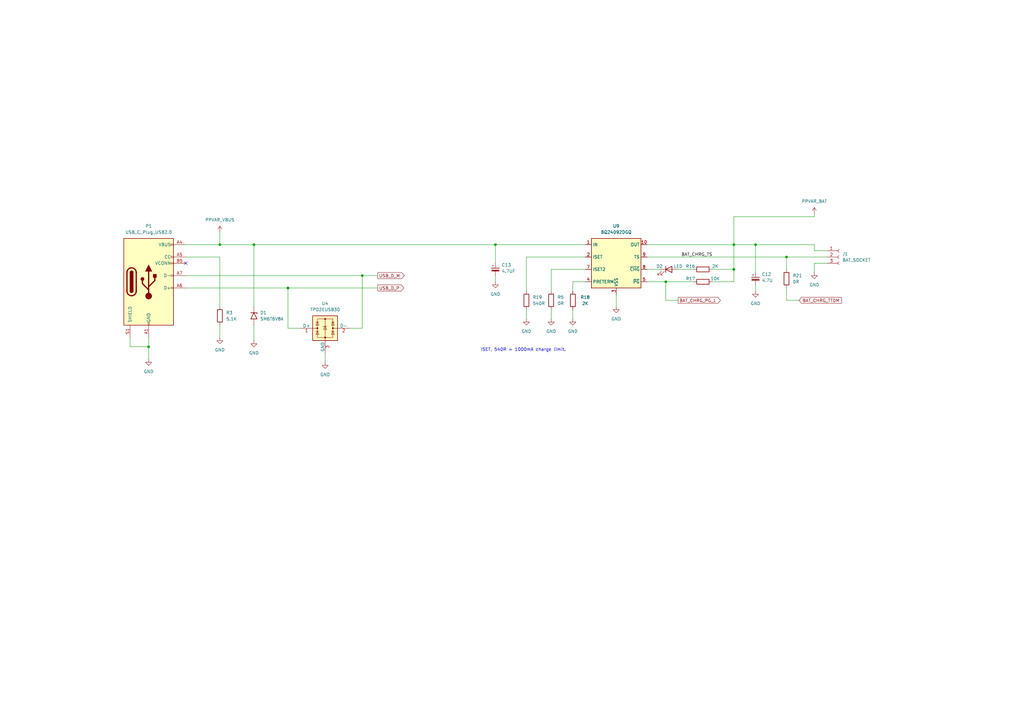
<source format=kicad_sch>
(kicad_sch (version 20231120) (generator "eeschema") (generator_version "8.0")
  (paper "A3")
  (title_block (title "LoRa Meshtastic Radio") (rev "Proto") (comment 1 "Brendan Bleker"))
  (lib_symbols
    (symbol "Battery_Management:BQ24090DGQ"
      (property "Reference" "U" (at -9.398 13.462 0))
      (property "Value" "BQ24090DGQ" (at -3.81 11.43 0))
      (symbol "BQ24090DGQ_0_1"
        (rectangle (start -10.16 10.16) (end 10.16 -10.16) (stroke (width 0.254)) (fill (type background)))
      )
      (symbol "BQ24090DGQ_1_1"
        (pin power_in line (at -12.7 7.62 0) (length 2.54) (name "IN") (number "1"))
        (pin power_out line (at 12.7 7.62 180) (length 2.54) (name "OUT") (number "10"))
        (pin passive line (at 0 -12.7 90) (length 2.54) hide (name "VSS") (number "11"))
        (pin passive line (at -12.7 2.54 0) (length 2.54) (name "ISET") (number "2"))
        (pin power_in line (at 0 -12.7 90) (length 2.54) (name "VSS") (number "3"))
        (pin passive line (at -12.7 -7.62 0) (length 2.54) (name "PRETERM") (number "4"))
        (pin open_collector line (at 12.7 -7.62 180) (length 2.54) (name "~{PG}") (number "5"))
        (pin no_connect line (at 5.08 -10.16 90) (length 2.54) hide (name "NC") (number "6"))
        (pin passive line (at -12.7 -2.54 0) (length 2.54) (name "ISET2") (number "7"))
        (pin open_collector line (at 12.7 -2.54 180) (length 2.54) (name "~{CHG}") (number "8"))
        (pin passive line (at 12.7 2.54 180) (length 2.54) (name "TS") (number "9"))
      )
    )
    (symbol "Connector:Conn_01x03_Socket" (pin_names (offset 1.016) hide)
      (property "Reference" "J" (at 0 5.08 0))
      (property "Value" "Conn_01x03_Socket" (at 0 -5.08 0))
      (symbol "Conn_01x03_Socket_1_1"
        (arc (start 0 -2.032) (mid -0.5058 -2.54) (end 0 -3.048) (stroke (width 0.1524)))
        (polyline (pts (xy -1.27 -2.54) (xy -0.508 -2.54)) (stroke (width 0.1524)))
        (polyline (pts (xy -1.27 0) (xy -0.508 0)) (stroke (width 0.1524)))
        (polyline (pts (xy -1.27 2.54) (xy -0.508 2.54)) (stroke (width 0.1524)))
        (arc (start 0 0.508) (mid -0.5058 0) (end 0 -0.508) (stroke (width 0.1524)))
        (arc (start 0 3.048) (mid -0.5058 2.54) (end 0 2.032) (stroke (width 0.1524)))
        (pin passive line (at -5.08 2.54 0) (length 3.81) (name "Pin_1") (number "1"))
        (pin passive line (at -5.08 0 0) (length 3.81) (name "Pin_2") (number "2"))
        (pin passive line (at -5.08 -2.54 0) (length 3.81) (name "Pin_3") (number "3"))
      )
    )
    (symbol "Connector:USB_C_Plug_USB2.0" (pin_names (offset 1.016))
      (property "Reference" "P" (at -10.16 19.05 0))
      (property "Value" "USB_C_Plug_USB2.0" (at 12.7 19.05 0))
      (symbol "USB_C_Plug_USB2.0_0_0"
        (rectangle (start -0.254 -17.78) (end 0.254 -16.764))
        (rectangle (start 10.16 -2.286) (end 9.144 -2.794))
        (rectangle (start 10.16 2.794) (end 9.144 2.286))
        (rectangle (start 10.16 7.874) (end 9.144 7.366))
        (rectangle (start 10.16 10.414) (end 9.144 9.906))
        (rectangle (start 10.16 15.494) (end 9.144 14.986))
      )
      (symbol "USB_C_Plug_USB2.0_0_1"
        (rectangle (start -10.16 17.78) (end 10.16 -17.78) (stroke (width 0.254)) (fill (type background)))
        (arc (start -8.89 -3.81) (mid -6.985 -5.7067) (end -5.08 -3.81) (stroke (width 0.508)))
        (arc (start -7.62 -3.81) (mid -6.985 -4.4423) (end -6.35 -3.81) (stroke (width 0.254)))
        (arc (start -7.62 -3.81) (mid -6.985 -4.4423) (end -6.35 -3.81) (stroke (width 0.254)) (fill (type outline)))
        (rectangle (start -7.62 -3.81) (end -6.35 3.81) (stroke (width 0.254)) (fill (type outline)))
        (arc (start -6.35 3.81) (mid -6.985 4.4423) (end -7.62 3.81) (stroke (width 0.254)))
        (arc (start -6.35 3.81) (mid -6.985 4.4423) (end -7.62 3.81) (stroke (width 0.254)) (fill (type outline)))
        (arc (start -5.08 3.81) (mid -6.985 5.7067) (end -8.89 3.81) (stroke (width 0.508)))
        (circle (center -2.54 1.143) (radius 0.635) (stroke (width 0.254)) (fill (type outline)))
        (circle (center 0 -5.842) (radius 1.27) (fill (type outline)))
        (polyline (pts (xy -8.89 -3.81) (xy -8.89 3.81)) (stroke (width 0.508)))
        (polyline (pts (xy -5.08 3.81) (xy -5.08 -3.81)) (stroke (width 0.508)))
        (polyline (pts (xy 0 -5.842) (xy 0 4.318)) (stroke (width 0.508)))
        (polyline (pts (xy 0 -3.302) (xy -2.54 -0.762) (xy -2.54 0.508)) (stroke (width 0.508)))
        (polyline (pts (xy 0 -2.032) (xy 2.54 0.508) (xy 2.54 1.778)) (stroke (width 0.508)))
        (polyline (pts (xy -1.27 4.318) (xy 0 6.858) (xy 1.27 4.318) (xy -1.27 4.318)) (stroke (width 0.254)) (fill (type outline)))
        (rectangle (start 1.905 1.778) (end 3.175 3.048) (stroke (width 0.254)) (fill (type outline)))
      )
      (symbol "USB_C_Plug_USB2.0_1_1"
        (pin passive line (at 0 -22.86 90) (length 5.08) (name "GND") (number "A1"))
        (pin passive line (at 0 -22.86 90) (length 5.08) hide (name "GND") (number "A12"))
        (pin passive line (at 15.24 15.24 180) (length 5.08) (name "VBUS") (number "A4"))
        (pin bidirectional line (at 15.24 10.16 180) (length 5.08) (name "CC") (number "A5"))
        (pin bidirectional line (at 15.24 -2.54 180) (length 5.08) (name "D+") (number "A6"))
        (pin bidirectional line (at 15.24 2.54 180) (length 5.08) (name "D-") (number "A7"))
        (pin passive line (at 15.24 15.24 180) (length 5.08) hide (name "VBUS") (number "A9"))
        (pin passive line (at 0 -22.86 90) (length 5.08) hide (name "GND") (number "B1"))
        (pin passive line (at 0 -22.86 90) (length 5.08) hide (name "GND") (number "B12"))
        (pin passive line (at 15.24 15.24 180) (length 5.08) hide (name "VBUS") (number "B4"))
        (pin bidirectional line (at 15.24 7.62 180) (length 5.08) (name "VCONN") (number "B5"))
        (pin passive line (at 15.24 15.24 180) (length 5.08) hide (name "VBUS") (number "B9"))
        (pin passive line (at -7.62 -22.86 90) (length 5.08) (name "SHIELD") (number "S1"))
      )
    )
    (symbol "Device:C_Polarized_Small" (pin_numbers hide) (pin_names (offset 0.254) hide)
      (property "Reference" "C" (at 0.254 1.778 0))
      (property "Value" "C_Polarized_Small" (at 0.254 -2.032 0))
      (symbol "C_Polarized_Small_0_1"
        (rectangle (start -1.524 -0.3048) (end 1.524 -0.6858) (fill (type outline)))
        (rectangle (start -1.524 0.6858) (end 1.524 0.3048))
        (polyline (pts (xy -1.27 1.524) (xy -0.762 1.524)))
        (polyline (pts (xy -1.016 1.27) (xy -1.016 1.778)))
      )
      (symbol "C_Polarized_Small_1_1"
        (pin passive line (at 0 2.54 270) (length 1.8542) (name "~") (number "1"))
        (pin passive line (at 0 -2.54 90) (length 1.8542) (name "~") (number "2"))
      )
    )
    (symbol "Device:LED" (pin_numbers hide) (pin_names (offset 1.016) hide)
      (property "Reference" "D" (at 0 2.54 0))
      (property "Value" "LED" (at 0 -2.54 0))
      (symbol "LED_0_1"
        (polyline (pts (xy -1.27 -1.27) (xy -1.27 1.27)) (stroke (width 0.254)))
        (polyline (pts (xy -1.27 0) (xy 1.27 0)))
        (polyline (pts (xy 1.27 -1.27) (xy 1.27 1.27) (xy -1.27 0) (xy 1.27 -1.27)) (stroke (width 0.254)))
        (polyline (pts (xy -3.048 -0.762) (xy -4.572 -2.286) (xy -3.81 -2.286) (xy -4.572 -2.286) (xy -4.572 -1.524)))
        (polyline (pts (xy -1.778 -0.762) (xy -3.302 -2.286) (xy -2.54 -2.286) (xy -3.302 -2.286) (xy -3.302 -1.524)))
      )
      (symbol "LED_1_1"
        (pin passive line (at -3.81 0 0) (length 2.54) (name "K") (number "1"))
        (pin passive line (at 3.81 0 180) (length 2.54) (name "A") (number "2"))
      )
    )
    (symbol "Device:R" (pin_numbers hide) (pin_names (offset 0))
      (property "Reference" "R" (at 2.032 0 90))
      (property "Value" "R" (at 0 0 90))
      (symbol "R_0_1"
        (rectangle (start -1.016 -2.54) (end 1.016 2.54) (stroke (width 0.254)))
      )
      (symbol "R_1_1"
        (pin passive line (at 0 3.81 270) (length 1.27) (name "~") (number "1"))
        (pin passive line (at 0 -3.81 90) (length 1.27) (name "~") (number "2"))
      )
    )
    (symbol "Diode:SM6T6V8A" (pin_numbers hide) (pin_names (offset 1.016) hide)
      (property "Reference" "D" (at 0 2.54 0))
      (property "Value" "SM6T6V8A" (at 0 -2.54 0))
      (symbol "SM6T6V8A_0_1"
        (polyline (pts (xy -0.762 1.27) (xy -1.27 1.27) (xy -1.27 -1.27)) (stroke (width 0.254)))
        (polyline (pts (xy 1.27 1.27) (xy 1.27 -1.27) (xy -1.27 0) (xy 1.27 1.27)) (stroke (width 0.254)))
      )
      (symbol "SM6T6V8A_1_1"
        (pin passive line (at -3.81 0 0) (length 2.54) (name "A1") (number "1"))
        (pin passive line (at 3.81 0 180) (length 2.54) (name "A2") (number "2"))
      )
    )
    (symbol "Power_Protection:TPD2EUSB30" (pin_names (offset 0))
      (property "Reference" "U" (at 0 6.35 0))
      (property "Value" "TPD2EUSB30" (at 7.62 -7.62 0))
      (symbol "TPD2EUSB30_0_1"
        (rectangle (start -5.08 5.08) (end 5.08 -5.08) (stroke (width 0.254)) (fill (type background)))
        (circle (center -3.175 0) (radius 0.2794) (fill (type outline)))
        (rectangle (start -3.175 3.81) (end 3.175 -3.81))
        (circle (center 0 -3.81) (radius 0.2794) (fill (type outline)))
        (polyline (pts (xy -5.08 0) (xy -3.175 0)))
        (polyline (pts (xy -3.81 -1.27) (xy -2.54 -1.27)))
        (polyline (pts (xy -3.81 2.54) (xy -2.54 2.54)))
        (polyline (pts (xy 0 3.81) (xy 0 -5.08)))
        (polyline (pts (xy 2.54 -1.27) (xy 3.81 -1.27)))
        (polyline (pts (xy 2.54 2.54) (xy 3.81 2.54)))
        (polyline (pts (xy 5.08 0) (xy 3.175 0)))
        (polyline (pts (xy 0.762 0.762) (xy -0.762 0.762) (xy -0.762 0.508)))
        (polyline (pts (xy -2.54 -2.54) (xy -3.81 -2.54) (xy -3.175 -1.27) (xy -2.54 -2.54)))
        (polyline (pts (xy -2.54 1.27) (xy -3.81 1.27) (xy -3.175 2.54) (xy -2.54 1.27)))
        (polyline (pts (xy 0.635 -0.508) (xy -0.635 -0.508) (xy 0 0.762) (xy 0.635 -0.508)))
        (polyline (pts (xy 3.81 -2.54) (xy 2.54 -2.54) (xy 3.175 -1.27) (xy 3.81 -2.54)))
        (polyline (pts (xy 3.81 1.27) (xy 2.54 1.27) (xy 3.175 2.54) (xy 3.81 1.27)))
        (circle (center 0 3.81) (radius 0.2794) (fill (type outline)))
        (circle (center 3.175 0) (radius 0.2794) (fill (type outline)))
      )
      (symbol "TPD2EUSB30_1_1"
        (pin passive line (at -10.16 0 0) (length 5.08) (name "D+") (number "1"))
        (pin passive line (at 10.16 0 180) (length 5.08) (name "D-") (number "2"))
        (pin passive line (at 0 -10.16 90) (length 5.08) (name "GND") (number "3"))
      )
    )
    (symbol "power:GND" (power) (pin_numbers hide) (pin_names (offset 0) hide)
      (property "Value" "GND" (at 0 -3.81 0))
      (symbol "GND_0_1"
        (polyline (pts (xy 0 0) (xy 0 -1.27) (xy 1.27 -1.27) (xy 0 -2.54) (xy -1.27 -1.27) (xy 0 -1.27)))
      )
      (symbol "GND_1_1"
        (pin power_in line (at 0 0 270) (length 0) (name "~") (number "1"))
      )
    )
    (symbol "power:VBUS" (power) (pin_numbers hide) (pin_names (offset 0) hide)
      (property "Value" "VBUS" (at 0 3.556 0))
      (symbol "VBUS_0_1"
        (polyline (pts (xy -0.762 1.27) (xy 0 2.54)))
        (polyline (pts (xy 0 0) (xy 0 2.54)))
        (polyline (pts (xy 0 2.54) (xy 0.762 1.27)))
      )
      (symbol "VBUS_1_1"
        (pin power_in line (at 0 0 90) (length 0) (name "~") (number "1"))
      )
    )
    (symbol "power:VCC" (power) (pin_numbers hide) (pin_names (offset 0) hide)
      (property "Value" "VCC" (at 0 3.556 0))
      (symbol "VCC_0_1"
        (polyline (pts (xy -0.762 1.27) (xy 0 2.54)))
        (polyline (pts (xy 0 0) (xy 0 2.54)))
        (polyline (pts (xy 0 2.54) (xy 0.762 1.27)))
      )
      (symbol "VCC_1_1"
        (pin power_in line (at 0 0 90) (length 0) (name "~") (number "1"))
      )
    )
  )
  (junction (at 104.14 100.33))
  (junction (at 118.11 118.11))
  (junction (at 300.99 100.33))
  (junction (at 273.05 115.57))
  (junction (at 60.96 142.24))
  (junction (at 203.2 100.33))
  (junction (at 322.58 105.41))
  (junction (at 90.17 100.33))
  (junction (at 148.59 113.03))
  (junction (at 309.88 100.33))
  (junction (at 300.99 110.49))
  (no_connect (at 76.2 107.95))
  (wire (pts (xy 309.88 100.33) (xy 309.88 111.76)))
  (wire (pts (xy 60.96 142.24) (xy 60.96 147.32)))
  (wire (pts (xy 234.95 127) (xy 234.95 130.81)))
  (wire (pts (xy 265.43 115.57) (xy 273.05 115.57)))
  (wire (pts (xy 203.2 100.33) (xy 203.2 107.95)))
  (wire (pts (xy 104.14 125.73) (xy 104.14 100.33)))
  (wire (pts (xy 143.51 134.62) (xy 148.59 134.62)))
  (wire (pts (xy 76.2 113.03) (xy 148.59 113.03)))
  (wire (pts (xy 300.99 100.33) (xy 300.99 110.49)))
  (wire (pts (xy 309.88 100.33) (xy 334.01 100.33)))
  (wire (pts (xy 334.01 102.87) (xy 334.01 100.33)))
  (wire (pts (xy 292.1 115.57) (xy 300.99 115.57)))
  (wire (pts (xy 322.58 118.11) (xy 322.58 123.19)))
  (wire (pts (xy 265.43 110.49) (xy 270.51 110.49)))
  (wire (pts (xy 309.88 116.84) (xy 309.88 119.38)))
  (wire (pts (xy 90.17 95.25) (xy 90.17 100.33)))
  (wire (pts (xy 215.9 127) (xy 215.9 130.81)))
  (wire (pts (xy 334.01 107.95) (xy 334.01 111.76)))
  (wire (pts (xy 300.99 88.9) (xy 300.99 100.33)))
  (wire (pts (xy 104.14 100.33) (xy 203.2 100.33)))
  (wire (pts (xy 334.01 102.87) (xy 339.09 102.87)))
  (wire (pts (xy 53.34 138.43) (xy 53.34 142.24)))
  (wire (pts (xy 215.9 105.41) (xy 215.9 119.38)))
  (wire (pts (xy 226.06 110.49) (xy 240.03 110.49)))
  (wire (pts (xy 300.99 88.9) (xy 334.01 88.9)))
  (wire (pts (xy 104.14 133.35) (xy 104.14 139.7)))
  (wire (pts (xy 265.43 105.41) (xy 322.58 105.41)))
  (wire (pts (xy 133.35 144.78) (xy 133.35 148.59)))
  (wire (pts (xy 273.05 123.19) (xy 278.13 123.19)))
  (wire (pts (xy 148.59 134.62) (xy 148.59 113.03)))
  (wire (pts (xy 123.19 134.62) (xy 118.11 134.62)))
  (wire (pts (xy 265.43 100.33) (xy 300.99 100.33)))
  (wire (pts (xy 203.2 100.33) (xy 240.03 100.33)))
  (wire (pts (xy 273.05 115.57) (xy 284.48 115.57)))
  (wire (pts (xy 278.13 110.49) (xy 284.48 110.49)))
  (wire (pts (xy 53.34 142.24) (xy 60.96 142.24)))
  (wire (pts (xy 76.2 105.41) (xy 90.17 105.41)))
  (wire (pts (xy 148.59 113.03) (xy 154.94 113.03)))
  (wire (pts (xy 203.2 113.03) (xy 203.2 115.57)))
  (wire (pts (xy 300.99 115.57) (xy 300.99 110.49)))
  (wire (pts (xy 118.11 134.62) (xy 118.11 118.11)))
  (wire (pts (xy 60.96 142.24) (xy 60.96 138.43)))
  (wire (pts (xy 334.01 87.63) (xy 334.01 88.9)))
  (wire (pts (xy 226.06 127) (xy 226.06 130.81)))
  (wire (pts (xy 234.95 115.57) (xy 234.95 119.38)))
  (wire (pts (xy 339.09 107.95) (xy 334.01 107.95)))
  (wire (pts (xy 273.05 115.57) (xy 273.05 123.19)))
  (wire (pts (xy 322.58 105.41) (xy 322.58 110.49)))
  (wire (pts (xy 292.1 110.49) (xy 300.99 110.49)))
  (wire (pts (xy 76.2 100.33) (xy 90.17 100.33)))
  (wire (pts (xy 240.03 105.41) (xy 215.9 105.41)))
  (wire (pts (xy 90.17 105.41) (xy 90.17 125.73)))
  (wire (pts (xy 226.06 110.49) (xy 226.06 119.38)))
  (wire (pts (xy 322.58 105.41) (xy 339.09 105.41)))
  (wire (pts (xy 300.99 100.33) (xy 309.88 100.33)))
  (wire (pts (xy 322.58 123.19) (xy 327.66 123.19)))
  (wire (pts (xy 90.17 100.33) (xy 104.14 100.33)))
  (wire (pts (xy 76.2 118.11) (xy 118.11 118.11)))
  (wire (pts (xy 90.17 133.35) (xy 90.17 138.43)))
  (wire (pts (xy 240.03 115.57) (xy 234.95 115.57)))
  (wire (pts (xy 252.73 120.65) (xy 252.73 125.73)))
  (wire (pts (xy 118.11 118.11) (xy 154.94 118.11)))
  (text "ISET, 540R = 1000mA charge limit." (at 214.63 143.51 0) (effects (font (size 1.27 1.27))))
  (label "BAT_CHRG_TS" (at 279.4 105.41 0))
  (global_label "USB_D_M" (shape output) (at 154.94 113.03 0) (property "Intersheetrefs" "${INTERSHEET_REFS}" (effects (hide yes))))
  (global_label "USB_D_P" (shape output) (at 154.94 118.11 0) (property "Intersheetrefs" "${INTERSHEET_REFS}" (effects (hide yes))))
  (global_label "BAT_CHRG_TTDM" (shape input) (at 327.66 123.19 0) (property "Intersheetrefs" "${INTERSHEET_REFS}" (effects (hide yes))))
  (global_label "BAT_CHRG_PG_L" (shape output) (at 278.13 123.19 0) (property "Intersheetrefs" "${INTERSHEET_REFS}" (effects (hide yes))))
  (symbol (lib_id "power:GND") (at 234.95 130.81 0) (unit 1)
    (property "Reference" "#PWR032" (effects (hide yes)))
    (property "Value" "GND" (at 234.95 135.89 0))
    (property "Description" "Power symbol creates a global label with name \"GND\" , ground" (effects (hide yes)))
  )
  (symbol (lib_id "Diode:SM6T6V8A") (at 104.14 129.54 270) (unit 1)
    (property "Reference" "D1" (at 106.68 128.2699 90) (effects (justify left)))
    (property "Value" "SM6T6V8A" (at 106.68 130.8099 90) (effects (justify left)))
    (property "Footprint" "Diode_SMD:D_SMB" (effects (hide yes)))
    (property "Datasheet" "https://www.st.com/resource/en/datasheet/sm6t.pdf" (effects (hide yes)))
    (property "Description" "600W unidirectional Transil Transient Voltage Suppressor, 6.8Vrwm, DO-214AA" (effects (hide yes)))
  )
  (symbol (lib_id "power:GND") (at 334.01 111.76 0) (unit 1)
    (property "Reference" "#PWR028" (effects (hide yes)))
    (property "Value" "GND" (at 334.01 116.84 0))
    (property "Description" "Power symbol creates a global label with name \"GND\" , ground" (effects (hide yes)))
  )
  (symbol (lib_id "Device:C_Polarized_Small") (at 203.2 110.49 0) (unit 1)
    (property "Reference" "C13" (at 205.74 108.6738 0) (effects (justify left)))
    (property "Value" "4.7UF" (at 205.74 111.2138 0) (effects (justify left)))
    (property "Description" "Polarized capacitor, small symbol" (effects (hide yes)))
  )
  (symbol (lib_id "Connector:Conn_01x03_Socket") (at 344.17 105.41 0) (unit 1)
    (property "Reference" "J1" (at 345.44 104.1399 0) (effects (justify left)))
    (property "Value" "BAT_SOCKET" (at 345.44 106.6799 0) (effects (justify left)))
    (property "Description" "Generic connector, single row, 01x03, script generated" (effects (hide yes)))
  )
  (symbol (lib_id "Device:R") (at 234.95 123.19 0) (unit 1)
    (property "Reference" "R18" (at 240.03 121.92 0))
    (property "Value" "2K" (at 240.03 124.46 0))
    (property "Description" "Resistor" (effects (hide yes)))
  )
  (symbol (lib_id "Device:LED") (at 274.32 110.49 0) (unit 1)
    (property "Reference" "D2" (at 270.51 109.22 0))
    (property "Value" "LED" (at 278.13 109.22 0))
    (property "Description" "Light emitting diode" (effects (hide yes)))
  )
  (symbol (lib_id "power:GND") (at 133.35 148.59 0) (unit 1)
    (property "Reference" "#PWR054" (effects (hide yes)))
    (property "Value" "GND" (at 133.35 153.67 0))
    (property "Description" "Power symbol creates a global label with name \"GND\" , ground" (effects (hide yes)))
  )
  (symbol (lib_id "power:GND") (at 215.9 130.81 0) (unit 1)
    (property "Reference" "#PWR034" (effects (hide yes)))
    (property "Value" "GND" (at 215.9 135.89 0))
    (property "Description" "Power symbol creates a global label with name \"GND\" , ground" (effects (hide yes)))
  )
  (symbol (lib_id "Device:R") (at 226.06 123.19 180) (unit 1)
    (property "Reference" "R5" (at 228.6 121.9199 0) (effects (justify right)))
    (property "Value" "0R" (at 228.6 124.4599 0) (effects (justify right)))
    (property "Description" "Resistor" (effects (hide yes)))
  )
  (symbol (lib_id "power:GND") (at 226.06 130.81 0) (unit 1)
    (property "Reference" "#PWR026" (effects (hide yes)))
    (property "Value" "GND" (at 226.06 135.89 0))
    (property "Description" "Power symbol creates a global label with name \"GND\" , ground" (effects (hide yes)))
  )
  (symbol (lib_id "power:GND") (at 60.96 147.32 0) (unit 1)
    (property "Reference" "#PWR021" (effects (hide yes)))
    (property "Value" "GND" (at 60.96 152.4 0))
    (property "Description" "Power symbol creates a global label with name \"GND\" , ground" (effects (hide yes)))
  )
  (symbol (lib_id "Device:C_Polarized_Small") (at 309.88 114.3 0) (unit 1)
    (property "Reference" "C12" (at 312.42 112.4838 0) (effects (justify left)))
    (property "Value" "4.7U" (at 312.42 115.0238 0) (effects (justify left)))
    (property "Description" "Polarized capacitor, small symbol" (effects (hide yes)))
  )
  (symbol (lib_id "power:VBUS") (at 90.17 95.25 0) (unit 1)
    (property "Reference" "#PWR033" (effects (hide yes)))
    (property "Value" "PPVAR_VBUS" (at 90.17 90.17 0))
    (property "Description" "Power symbol creates a global label with name \"VBUS\"" (effects (hide yes)))
  )
  (symbol (lib_id "power:GND") (at 309.88 119.38 0) (unit 1)
    (property "Reference" "#PWR022" (effects (hide yes)))
    (property "Value" "GND" (at 309.88 124.46 0))
    (property "Description" "Power symbol creates a global label with name \"GND\" , ground" (effects (hide yes)))
  )
  (symbol (lib_id "power:GND") (at 90.17 138.43 0) (unit 1)
    (property "Reference" "#PWR019" (effects (hide yes)))
    (property "Value" "GND" (at 90.17 143.51 0))
    (property "Description" "Power symbol creates a global label with name \"GND\" , ground" (effects (hide yes)))
  )
  (symbol (lib_id "Device:R") (at 288.29 115.57 270) (unit 1)
    (property "Reference" "R17" (at 283.21 114.3 90))
    (property "Value" "10K" (at 293.37 114.3 90))
    (property "Description" "Resistor" (effects (hide yes)))
  )
  (symbol (lib_id "Device:R") (at 288.29 110.49 270) (unit 1)
    (property "Reference" "R16" (at 283.21 109.22 90))
    (property "Value" "2K" (at 293.37 109.22 90))
    (property "Description" "Resistor" (effects (hide yes)))
  )
  (symbol (lib_id "Connector:USB_C_Plug_USB2.0") (at 60.96 115.57 0) (unit 1)
    (property "Reference" "P1" (at 60.96 92.71 0))
    (property "Value" "USB_C_Plug_USB2.0" (at 60.96 95.25 0))
    (property "Datasheet" "https://www.usb.org/sites/default/files/documents/usb_type-c.zip" (effects (hide yes)))
    (property "Description" "USB 2.0-only Type-C Plug connector" (effects (hide yes)))
  )
  (symbol (lib_id "Battery_Management:BQ24090DGQ") (at 252.73 107.95 0) (unit 1)
    (property "Reference" "U9" (at 252.73 92.71 0))
    (property "Value" "BQ24092DGQ" (at 252.73 95.25 0))
    (property "Footprint" "Package_SO:HVSSOP-10-1EP_3x3mm_P0.5mm_EP1.57x1.88mm_ThermalVias" (effects (hide yes)))
    (property "Datasheet" "http://www.ti.com/lit/ds/symlink/bq24090.pdf" (effects (hide yes)))
    (property "Description" "1A, Single-Input, SingleCell Li-Ion and Li-Pol BatteryCharger, HVSSOP-10" (effects (hide yes)))
  )
  (symbol (lib_id "power:GND") (at 104.14 139.7 0) (unit 1)
    (property "Reference" "#PWR064" (effects (hide yes)))
    (property "Value" "GND" (at 104.14 144.78 0))
    (property "Description" "Power symbol creates a global label with name \"GND\" , ground" (effects (hide yes)))
  )
  (symbol (lib_id "power:GND") (at 203.2 115.57 0) (unit 1)
    (property "Reference" "#PWR020" (effects (hide yes)))
    (property "Value" "GND" (at 203.2 120.65 0))
    (property "Description" "Power symbol creates a global label with name \"GND\" , ground" (effects (hide yes)))
  )
  (symbol (lib_id "Device:R") (at 322.58 114.3 180) (unit 1)
    (property "Reference" "R21" (at 325.12 113.0299 0) (effects (justify right)))
    (property "Value" "0R" (at 325.12 115.5699 0) (effects (justify right)))
    (property "Description" "Resistor" (effects (hide yes)))
  )
  (symbol (lib_id "power:VCC") (at 334.01 87.63 0) (unit 1)
    (property "Reference" "#PWR012" (effects (hide yes)))
    (property "Value" "PPVAR_BAT" (at 334.01 82.55 0))
    (property "Description" "Power symbol creates a global label with name \"VCC\"" (effects (hide yes)))
  )
  (symbol (lib_id "Device:R") (at 90.17 129.54 180) (unit 1)
    (property "Reference" "R3" (at 92.71 128.2699 0) (effects (justify right)))
    (property "Value" "5.1K" (at 92.71 130.8099 0) (effects (justify right)))
    (property "Description" "Resistor" (effects (hide yes)))
  )
  (symbol (lib_id "Device:R") (at 215.9 123.19 180) (unit 1)
    (property "Reference" "R19" (at 218.44 121.9199 0) (effects (justify right)))
    (property "Value" "540R" (at 218.44 124.4599 0) (effects (justify right)))
    (property "Description" "Resistor" (effects (hide yes)))
  )
  (symbol (lib_id "Power_Protection:TPD2EUSB30") (at 133.35 134.62 0) (unit 1)
    (property "Reference" "U4" (at 133.35 124.46 0))
    (property "Value" "TPD2EUSB30" (at 133.35 127 0))
    (property "Footprint" "Package_TO_SOT_SMD:Texas_DRT-3" (effects (hide yes)))
    (property "Datasheet" "http://www.ti.com/lit/ds/symlink/tpd2eusb30a.pdf" (effects (hide yes)))
    (property "Description" "2-Channel ESD Protection for Super-Speed USB 3.0 Interface, DRT-3" (effects (hide yes)))
  )
  (symbol (lib_id "power:GND") (at 252.73 125.73 0) (unit 1)
    (property "Reference" "#PWR031" (effects (hide yes)))
    (property "Value" "GND" (at 252.73 130.81 0))
    (property "Description" "Power symbol creates a global label with name \"GND\" , ground" (effects (hide yes)))
  )
)
</source>
